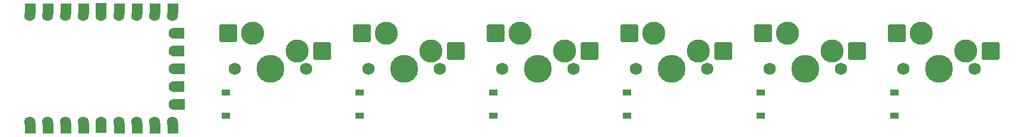
<source format=gbr>
G04 #@! TF.GenerationSoftware,KiCad,Pcbnew,(6.0.6)*
G04 #@! TF.CreationDate,2022-09-21T14:47:18+10:00*
G04 #@! TF.ProjectId,freshboard,66726573-6862-46f6-9172-642e6b696361,rev?*
G04 #@! TF.SameCoordinates,Original*
G04 #@! TF.FileFunction,Soldermask,Top*
G04 #@! TF.FilePolarity,Negative*
%FSLAX46Y46*%
G04 Gerber Fmt 4.6, Leading zero omitted, Abs format (unit mm)*
G04 Created by KiCad (PCBNEW (6.0.6)) date 2022-09-21 14:47:18*
%MOMM*%
%LPD*%
G01*
G04 APERTURE LIST*
G04 Aperture macros list*
%AMRoundRect*
0 Rectangle with rounded corners*
0 $1 Rounding radius*
0 $2 $3 $4 $5 $6 $7 $8 $9 X,Y pos of 4 corners*
0 Add a 4 corners polygon primitive as box body*
4,1,4,$2,$3,$4,$5,$6,$7,$8,$9,$2,$3,0*
0 Add four circle primitives for the rounded corners*
1,1,$1+$1,$2,$3*
1,1,$1+$1,$4,$5*
1,1,$1+$1,$6,$7*
1,1,$1+$1,$8,$9*
0 Add four rect primitives between the rounded corners*
20,1,$1+$1,$2,$3,$4,$5,0*
20,1,$1+$1,$4,$5,$6,$7,0*
20,1,$1+$1,$6,$7,$8,$9,0*
20,1,$1+$1,$8,$9,$2,$3,0*%
G04 Aperture macros list end*
%ADD10R,1.200000X0.900000*%
%ADD11C,3.987800*%
%ADD12C,1.750000*%
%ADD13C,3.300000*%
%ADD14RoundRect,0.250000X-1.025000X-1.000000X1.025000X-1.000000X1.025000X1.000000X-1.025000X1.000000X0*%
%ADD15R,1.600200X1.574800*%
%ADD16C,1.600000*%
G04 APERTURE END LIST*
D10*
G04 #@! TO.C,D2*
X115570000Y-100710000D03*
X115570000Y-97410000D03*
G04 #@! TD*
D11*
G04 #@! TO.C,SW6*
X198120000Y-93980000D03*
D12*
X203200000Y-93980000D03*
X193040000Y-93980000D03*
D13*
X201930000Y-91440000D03*
D14*
X205480000Y-91440000D03*
X192030000Y-88900000D03*
D13*
X195580000Y-88900000D03*
G04 #@! TD*
D11*
G04 #@! TO.C,SW5*
X179070000Y-93980000D03*
D12*
X184150000Y-93980000D03*
X173990000Y-93980000D03*
D14*
X186430000Y-91440000D03*
D13*
X182880000Y-91440000D03*
X176530000Y-88900000D03*
D14*
X172980000Y-88900000D03*
G04 #@! TD*
D10*
G04 #@! TO.C,D3*
X134620000Y-100710000D03*
X134620000Y-97410000D03*
G04 #@! TD*
G04 #@! TO.C,D6*
X191770000Y-100710000D03*
X191770000Y-97410000D03*
G04 #@! TD*
G04 #@! TO.C,D5*
X172720000Y-100710000D03*
X172720000Y-97410000D03*
G04 #@! TD*
G04 #@! TO.C,D4*
X153670000Y-100710000D03*
X153670000Y-97410000D03*
G04 #@! TD*
D12*
G04 #@! TO.C,SW1*
X107950000Y-93980000D03*
D11*
X102870000Y-93980000D03*
D12*
X97790000Y-93980000D03*
D14*
X110230000Y-91440000D03*
D13*
X106680000Y-91440000D03*
D14*
X96780000Y-88900000D03*
D13*
X100330000Y-88900000D03*
G04 #@! TD*
D15*
G04 #@! TO.C,RZ1*
X86362500Y-102472000D03*
X68582500Y-102446600D03*
X71122500Y-102446600D03*
X83822500Y-102446600D03*
X89816900Y-88908400D03*
X89842300Y-99068400D03*
X86362500Y-85454000D03*
X81282500Y-102446600D03*
X78729800Y-85377800D03*
X68582500Y-85428600D03*
X89816900Y-91448400D03*
X88902500Y-102472000D03*
X88902500Y-85454000D03*
X83822500Y-85428600D03*
X81282500Y-85428600D03*
X71122500Y-85428600D03*
X73662500Y-102472000D03*
X89816900Y-96528400D03*
X89842300Y-93988400D03*
X73662500Y-85454000D03*
X76202500Y-102472000D03*
X76202500Y-85454000D03*
X78729800Y-102395800D03*
D16*
X68580000Y-86360000D03*
X71120000Y-86360000D03*
X73660000Y-86360000D03*
X76200000Y-86360000D03*
X78740000Y-86360000D03*
X81280000Y-86360000D03*
X83820000Y-86360000D03*
X86360000Y-86360000D03*
X88900000Y-86360000D03*
X89110000Y-88900000D03*
X89110000Y-91440000D03*
X89110000Y-93980000D03*
X89110000Y-96520000D03*
X89110000Y-99060000D03*
X88900000Y-101600000D03*
X86360000Y-101600000D03*
X83820000Y-101600000D03*
X81280000Y-101600000D03*
X78740000Y-101600000D03*
X76200000Y-101600000D03*
X73660000Y-101600000D03*
X68580000Y-101600000D03*
X71120000Y-101600000D03*
G04 #@! TD*
D12*
G04 #@! TO.C,SW4*
X154940000Y-93980000D03*
D11*
X160020000Y-93980000D03*
D12*
X165100000Y-93980000D03*
D13*
X163830000Y-91440000D03*
D14*
X167380000Y-91440000D03*
X153930000Y-88900000D03*
D13*
X157480000Y-88900000D03*
G04 #@! TD*
D12*
G04 #@! TO.C,SW2*
X127000000Y-93980000D03*
X116840000Y-93980000D03*
D11*
X121920000Y-93980000D03*
D14*
X129280000Y-91440000D03*
D13*
X125730000Y-91440000D03*
D14*
X115830000Y-88900000D03*
D13*
X119380000Y-88900000D03*
G04 #@! TD*
D12*
G04 #@! TO.C,SW3*
X135890000Y-93980000D03*
D11*
X140970000Y-93980000D03*
D12*
X146050000Y-93980000D03*
D14*
X148330000Y-91440000D03*
D13*
X144780000Y-91440000D03*
D14*
X134880000Y-88900000D03*
D13*
X138430000Y-88900000D03*
G04 #@! TD*
D10*
G04 #@! TO.C,D1*
X96520000Y-100710000D03*
X96520000Y-97410000D03*
G04 #@! TD*
M02*

</source>
